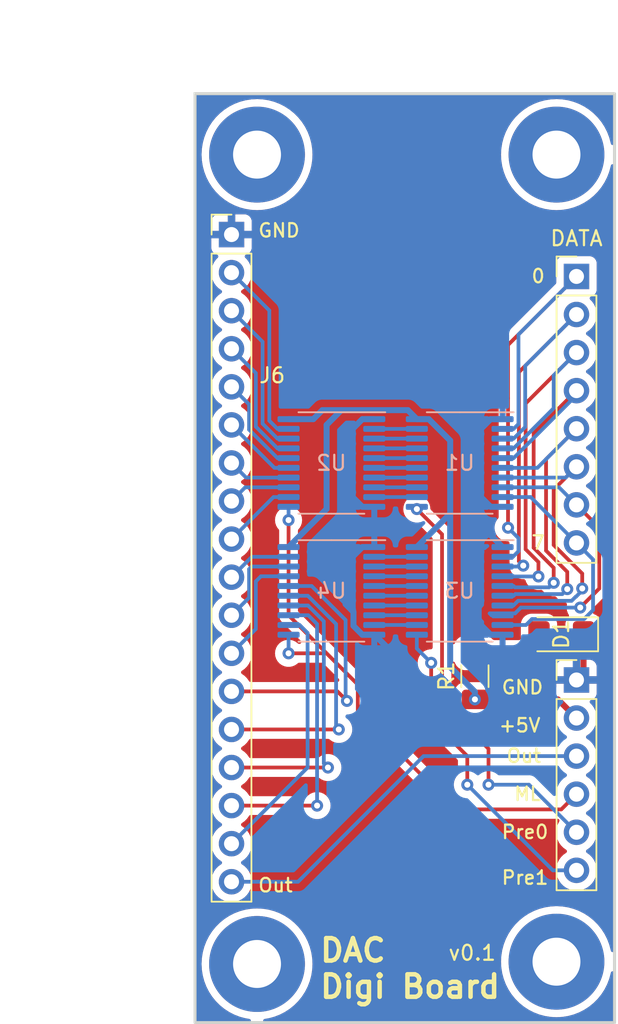
<source format=kicad_pcb>
(kicad_pcb (version 20221018) (generator pcbnew)
  (title_block (date "2024-03-22") (rev "v0.1"))
  (layers (0 "F.Cu" signal) (31 "B.Cu" signal) (34 "B.Paste" user) (35 "F.Paste" user) (36 "B.SilkS" user "B.Silkscreen") (37 "F.SilkS" user "F.Silkscreen") (38 "B.Mask" user) (39 "F.Mask" user) (44 "Edge.Cuts" user))
  (net 0 "")
  (net 1 "GND")
  (net 2 "+5V")
  (net 3 "/DAC_D0")
  (net 4 "/DAC_D1")
  (net 5 "/DAC_D2")
  (net 6 "/DAC_D3")
  (net 7 "/DAC_D4")
  (net 8 "/DAC_D5")
  (net 9 "/DAC_D6")
  (net 10 "/DAC_D7")
  (net 11 "/DAC_D8")
  (net 12 "/DAC_D9")
  (net 13 "/DAC_D10")
  (net 14 "/DAC_D11")
  (net 15 "/DAC_D12")
  (net 16 "/DAC_D13")
  (net 17 "/DAC_D14")
  (net 18 "/DAC_D15")
  (net 19 "/D0")
  (net 20 "/D1")
  (net 21 "/D2")
  (net 22 "/D3")
  (net 23 "/D4")
  (net 24 "/D5")
  (net 25 "/D6")
  (net 26 "/D7")
  (net 27 "Net-(U1-Q7)")
  (net 28 "Net-(U1-Q6)")
  (net 29 "Net-(U1-Q5)")
  (net 30 "Net-(U1-Q4)")
  (net 31 "Net-(U1-Q3)")
  (net 32 "Net-(U1-Q2)")
  (net 33 "Net-(U1-Q1)")
  (net 34 "Net-(U1-Q0)")
  (net 35 "/Master_Load")
  (net 36 "Net-(U3-Q7)")
  (net 37 "Net-(U3-Q6)")
  (net 38 "Net-(U3-Q5)")
  (net 39 "Net-(U3-Q4)")
  (net 40 "Net-(U3-Q3)")
  (net 41 "Net-(U3-Q2)")
  (net 42 "Net-(U3-Q1)")
  (net 43 "Net-(U3-Q0)")
  (net 44 "/OUT")
  (net 45 "/Pre0")
  (net 46 "/Pre1")
  (net 47 "Net-(D1-A)")
  (footprint "Resistor_SMD:R_1206_3216Metric_Pad1.30x1.75mm_HandSolder" (layer "F.Cu") (at 44.016 53.594 -90)
    (fp_text reference "R1" (at 0 1.905 90) (layer "F.SilkS"))
    (fp_text value "220" hide)
    (fp_line (start -0.727064 -0.91) (end 0.727064 -0.91) (stroke (width 0.12)) (layer "F.SilkS"))
    (fp_line (start -0.727064 0.91) (end 0.727064 0.91) (stroke (width 0.12)) (layer "F.SilkS"))
    (pad "1" smd roundrect (at -1.55 0 270) (size 1.3 1.75) (layers "F.Cu" "F.Paste" "F.Mask") (roundrect_rratio 0.1923076923) (net 47 "Net-(D1-A)"))
    (pad "2" smd roundrect (at 1.55 0 270) (size 1.3 1.75) (layers "F.Cu" "F.Paste" "F.Mask") (roundrect_rratio 0.1923076923) (net 2 "+5V"))
  )
  (footprint "MountingHole:MountingHole_3.2mm_M3_Pad" (layer "F.Cu") (at 49.464 72.644)
    (fp_text reference "REF**" hide)
    (fp_text value "MountingHole_3.2mm_M3_Pad" hide)
    (pad "1" thru_hole circle (at 0 0) (size 6.4 6.4) (drill 3.2) (layers "*.Cu" "*.Mask"))
  )
  (footprint "MountingHole:MountingHole_3.2mm_M3_Pad" (layer "F.Cu") (at 29.464 18.796)
    (fp_text reference "REF" hide)
    (fp_text value "MountingHole_3.2mm_M3_Pad" hide)
    (pad "1" thru_hole circle (at 0 0) (size 6.4 6.4) (drill 3.2) (layers "*.Cu" "*.Mask"))
  )
  (footprint "Connector_PinHeader_2.54mm:PinHeader_1x06_P2.54mm_Vertical" (layer "F.Cu") (at 50.8 53.848)
    (fp_text reference "J1" hide)
    (fp_text value "Conn" hide)
    (fp_line (start -1.33 -1.33) (end 0 -1.33) (stroke (width 0.12)) (layer "F.SilkS"))
    (fp_line (start -1.33 0) (end -1.33 -1.33) (stroke (width 0.12)) (layer "F.SilkS"))
    (fp_line (start -1.33 1.27) (end -1.33 14.03) (stroke (width 0.12)) (layer "F.SilkS"))
    (fp_line (start -1.33 1.27) (end 1.33 1.27) (stroke (width 0.12)) (layer "F.SilkS"))
    (fp_line (start -1.33 14.03) (end 1.33 14.03) (stroke (width 0.12)) (layer "F.SilkS"))
    (fp_line (start 1.33 1.27) (end 1.33 14.03) (stroke (width 0.12)) (layer "F.SilkS"))
    (pad "1" thru_hole rect (at 0 0) (size 1.7 1.7) (drill 1) (layers "*.Cu" "*.Mask") (net 1 "GND"))
    (pad "2" thru_hole oval (at 0 2.54) (size 1.7 1.7) (drill 1) (layers "*.Cu" "*.Mask") (net 2 "+5V"))
    (pad "3" thru_hole oval (at 0 5.08) (size 1.7 1.7) (drill 1) (layers "*.Cu" "*.Mask") (net 44 "/OUT"))
    (pad "4" thru_hole oval (at 0 7.62) (size 1.7 1.7) (drill 1) (layers "*.Cu" "*.Mask") (net 35 "/Master_Load"))
    (pad "5" thru_hole oval (at 0 10.16) (size 1.7 1.7) (drill 1) (layers "*.Cu" "*.Mask") (net 45 "/Pre0"))
    (pad "6" thru_hole oval (at 0 12.7) (size 1.7 1.7) (drill 1) (layers "*.Cu" "*.Mask") (net 46 "/Pre1"))
  )
  (footprint "Connector_PinHeader_2.54mm:PinHeader_1x08_P2.54mm_Vertical" (layer "F.Cu") (at 50.8 26.924)
    (fp_text reference "DATA" (at 0 -2.54) (layer "F.SilkS"))
    (fp_text value "Data" hide)
    (fp_line (start -1.33 -1.33) (end 0 -1.33) (stroke (width 0.12)) (layer "F.SilkS"))
    (fp_line (start -1.33 0) (end -1.33 -1.33) (stroke (width 0.12)) (layer "F.SilkS"))
    (fp_line (start -1.33 1.27) (end -1.33 19.11) (stroke (width 0.12)) (layer "F.SilkS"))
    (fp_line (start -1.33 1.27) (end 1.33 1.27) (stroke (width 0.12)) (layer "F.SilkS"))
    (fp_line (start -1.33 19.11) (end 1.33 19.11) (stroke (width 0.12)) (layer "F.SilkS"))
    (fp_line (start 1.33 1.27) (end 1.33 19.11) (stroke (width 0.12)) (layer "F.SilkS"))
    (pad "1" thru_hole rect (at 0 0) (size 1.7 1.7) (drill 1) (layers "*.Cu" "*.Mask") (net 19 "/D0"))
    (pad "2" thru_hole oval (at 0 2.54) (size 1.7 1.7) (drill 1) (layers "*.Cu" "*.Mask") (net 20 "/D1"))
    (pad "3" thru_hole oval (at 0 5.08) (size 1.7 1.7) (drill 1) (layers "*.Cu" "*.Mask") (net 21 "/D2"))
    (pad "4" thru_hole oval (at 0 7.62) (size 1.7 1.7) (drill 1) (layers "*.Cu" "*.Mask") (net 22 "/D3"))
    (pad "5" thru_hole oval (at 0 10.16) (size 1.7 1.7) (drill 1) (layers "*.Cu" "*.Mask") (net 23 "/D4"))
    (pad "6" thru_hole oval (at 0 12.7) (size 1.7 1.7) (drill 1) (layers "*.Cu" "*.Mask") (net 24 "/D5"))
    (pad "7" thru_hole oval (at 0 15.24) (size 1.7 1.7) (drill 1) (layers "*.Cu" "*.Mask") (net 25 "/D6"))
    (pad "8" thru_hole oval (at 0 17.78) (size 1.7 1.7) (drill 1) (layers "*.Cu" "*.Mask") (net 26 "/D7"))
  )
  (footprint "LED_SMD:LED_1206_3216Metric_Pad1.42x1.75mm_HandSolder" (layer "F.Cu") (at 49.784 50.8 180)
    (fp_text reference "D1" (at 0 0 90) (layer "F.SilkS"))
    (fp_text value "LED")
    (fp_line (start -2.46 -1.135) (end -2.46 1.135) (stroke (width 0.12)) (layer "F.SilkS"))
    (fp_line (start -2.46 1.135) (end 1.6 1.135) (stroke (width 0.12)) (layer "F.SilkS"))
    (fp_line (start 1.6 -1.135) (end -2.46 -1.135) (stroke (width 0.12)) (layer "F.SilkS"))
    (pad "1" smd roundrect (at -1.4875 0 180) (size 1.425 1.75) (layers "F.Cu" "F.Paste" "F.Mask") (roundrect_rratio 0.1754392982) (net 1 "GND"))
    (pad "2" smd roundrect (at 1.4875 0 180) (size 1.425 1.75) (layers "F.Cu" "F.Paste" "F.Mask") (roundrect_rratio 0.1754392982) (net 47 "Net-(D1-A)"))
  )
  (footprint "Connector_PinHeader_2.54mm:PinHeader_1x18_P2.54mm_Vertical" (layer "F.Cu") (at 27.76 24.13)
    (fp_text reference "J6" (at 2.72 9.398) (layer "F.SilkS"))
    (fp_text value "DAC X" hide)
    (fp_line (start -1.33 -1.33) (end 0 -1.33) (stroke (width 0.12)) (layer "F.SilkS"))
    (fp_line (start -1.33 0) (end -1.33 -1.33) (stroke (width 0.12)) (layer "F.SilkS"))
    (fp_line (start -1.33 1.27) (end -1.33 44.51) (stroke (width 0.12)) (layer "F.SilkS"))
    (fp_line (start -1.33 1.27) (end 1.33 1.27) (stroke (width 0.12)) (layer "F.SilkS"))
    (fp_line (start -1.33 44.51) (end 1.33 44.51) (stroke (width 0.12)) (layer "F.SilkS"))
    (fp_line (start 1.33 1.27) (end 1.33 44.51) (stroke (width 0.12)) (layer "F.SilkS"))
    (pad "1" thru_hole rect (at 0 0) (size 1.7 1.7) (drill 1) (layers "*.Cu" "*.Mask") (net 1 "GND"))
    (pad "2" thru_hole oval (at 0 2.54) (size 1.7 1.7) (drill 1) (layers "*.Cu" "*.Mask") (net 3 "/DAC_D0"))
    (pad "3" thru_hole oval (at 0 5.08) (size 1.7 1.7) (drill 1) (layers "*.Cu" "*.Mask") (net 4 "/DAC_D1"))
    (pad "4" thru_hole oval (at 0 7.62) (size 1.7 1.7) (drill 1) (layers "*.Cu" "*.Mask") (net 5 "/DAC_D2"))
    (pad "5" thru_hole oval (at 0 10.16) (size 1.7 1.7) (drill 1) (layers "*.Cu" "*.Mask") (net 6 "/DAC_D3"))
    (pad "6" thru_hole oval (at 0 12.7) (size 1.7 1.7) (drill 1) (layers "*.Cu" "*.Mask") (net 7 "/DAC_D4"))
    (pad "7" thru_hole oval (at 0 15.24) (size 1.7 1.7) (drill 1) (layers "*.Cu" "*.Mask") (net 8 "/DAC_D5"))
    (pad "8" thru_hole oval (at 0 17.78) (size 1.7 1.7) (drill 1) (layers "*.Cu" "*.Mask") (net 9 "/DAC_D6"))
    (pad "9" thru_hole oval (at 0 20.32) (size 1.7 1.7) (drill 1) (layers "*.Cu" "*.Mask") (net 10 "/DAC_D7"))
    (pad "10" thru_hole oval (at 0 22.86) (size 1.7 1.7) (drill 1) (layers "*.Cu" "*.Mask") (net 11 "/DAC_D8"))
    (pad "11" thru_hole oval (at 0 25.4) (size 1.7 1.7) (drill 1) (layers "*.Cu" "*.Mask") (net 12 "/DAC_D9"))
    (pad "12" thru_hole oval (at 0 27.94) (size 1.7 1.7) (drill 1) (layers "*.Cu" "*.Mask") (net 13 "/DAC_D10"))
    (pad "13" thru_hole oval (at 0 30.48) (size 1.7 1.7) (drill 1) (layers "*.Cu" "*.Mask") (net 14 "/DAC_D11"))
    (pad "14" thru_hole oval (at 0 33.02) (size 1.7 1.7) (drill 1) (layers "*.Cu" "*.Mask") (net 15 "/DAC_D12"))
    (pad "15" thru_hole oval (at 0 35.56) (size 1.7 1.7) (drill 1) (layers "*.Cu" "*.Mask") (net 16 "/DAC_D13"))
    (pad "16" thru_hole oval (at 0 38.1) (size 1.7 1.7) (drill 1) (layers "*.Cu" "*.Mask") (net 17 "/DAC_D14"))
    (pad "17" thru_hole oval (at 0 40.64) (size 1.7 1.7) (drill 1) (layers "*.Cu" "*.Mask") (net 18 "/DAC_D15"))
    (pad "18" thru_hole oval (at 0 43.18) (size 1.7 1.7) (drill 1) (layers "*.Cu" "*.Mask") (net 44 "/OUT"))
  )
  (footprint "MountingHole:MountingHole_3.2mm_M3_Pad" (layer "F.Cu") (at 29.464 72.796)
    (fp_text reference "REF" hide)
    (fp_text value "MountingHole_3.2mm_M3_Pad" hide)
    (pad "1" thru_hole circle (at 0 0) (size 6.4 6.4) (drill 3.2) (layers "*.Cu" "*.Mask"))
  )
  (footprint "MountingHole:MountingHole_3.2mm_M3_Pad" (layer "F.Cu") (at 49.464 18.796)
    (fp_text reference "REF" hide)
    (fp_text value "MountingHole_3.2mm_M3_Pad" hide)
    (pad "1" thru_hole circle (at 0 0) (size 6.4 6.4) (drill 3.2) (layers "*.Cu" "*.Mask"))
  )
  (footprint "Package_SO:TSSOP-20_4.4x6.5mm_P0.65mm" (layer "B.Cu") (at 43 47.905 180)
    (fp_text reference "U3" (at 0 0) (layer "B.SilkS") (effects (justify mirror)))
    (fp_text value "74LS573" hide)
    (fp_line (start 0 -3.385) (end -2.2 -3.385) (stroke (width 0.12)) (layer "B.SilkS"))
    (fp_line (start 0 -3.385) (end 2.2 -3.385) (stroke (width 0.12)) (layer "B.SilkS"))
    (fp_line (start 0 3.385) (end -3.6 3.385) (stroke (width 0.12)) (layer "B.SilkS"))
    (fp_line (start 0 3.385) (end 2.2 3.385) (stroke (width 0.12)) (layer "B.SilkS"))
    (pad "1" smd roundrect (at -2.8625 2.925 180) (size 1.475 0.4) (layers "B.Cu" "B.Paste" "B.Mask") (net 1 "GND"))
    (pad "2" smd roundrect (at -2.8625 2.275 180) (size 1.475 0.4) (layers "B.Cu" "B.Paste" "B.Mask") (net 19 "/D0"))
    (pad "3" smd roundrect (at -2.8625 1.625 180) (size 1.475 0.4) (layers "B.Cu" "B.Paste" "B.Mask") (net 20 "/D1"))
    (pad "4" smd roundrect (at -2.8625 0.975 180) (size 1.475 0.4) (layers "B.Cu" "B.Paste" "B.Mask") (net 21 "/D2"))
    (pad "5" smd roundrect (at -2.8625 0.325 180) (size 1.475 0.4) (layers "B.Cu" "B.Paste" "B.Mask") (net 22 "/D3"))
    (pad "6" smd roundrect (at -2.8625 -0.325 180) (size 1.475 0.4) (layers "B.Cu" "B.Paste" "B.Mask") (net 23 "/D4"))
    (pad "7" smd roundrect (at -2.8625 -0.975 180) (size 1.475 0.4) (layers "B.Cu" "B.Paste" "B.Mask") (net 24 "/D5"))
    (pad "8" smd roundrect (at -2.8625 -1.625 180) (size 1.475 0.4) (layers "B.Cu" "B.Paste" "B.Mask") (net 25 "/D6"))
    (pad "9" smd roundrect (at -2.8625 -2.275 180) (size 1.475 0.4) (layers "B.Cu" "B.Paste" "B.Mask") (net 26 "/D7"))
    (pad "10" smd roundrect (at -2.8625 -2.925 180) (size 1.475 0.4) (layers "B.Cu" "B.Paste" "B.Mask") (net 1 "GND"))
    (pad "11" smd roundrect (at 2.8625 -2.925 180) (size 1.475 0.4) (layers "B.Cu" "B.Paste" "B.Mask") (net 46 "/Pre1"))
    (pad "12" smd roundrect (at 2.8625 -2.275 180) (size 1.475 0.4) (layers "B.Cu" "B.Paste" "B.Mask") (net 36 "Net-(U3-Q7)"))
    (pad "13" smd roundrect (at 2.8625 -1.625 180) (size 1.475 0.4) (layers "B.Cu" "B.Paste" "B.Mask") (net 37 "Net-(U3-Q6)"))
    (pad "14" smd roundrect (at 2.8625 -0.975 180) (size 1.475 0.4) (layers "B.Cu" "B.Paste" "B.Mask") (net 38 "Net-(U3-Q5)"))
    (pad "15" smd roundrect (at 2.8625 -0.325 180) (size 1.475 0.4) (layers "B.Cu" "B.Paste" "B.Mask") (net 39 "Net-(U3-Q4)"))
    (pad "16" smd roundrect (at 2.8625 0.325 180) (size 1.475 0.4) (layers "B.Cu" "B.Paste" "B.Mask") (net 40 "Net-(U3-Q3)"))
    (pad "17" smd roundrect (at 2.8625 0.975 180) (size 1.475 0.4) (layers "B.Cu" "B.Paste" "B.Mask") (net 41 "Net-(U3-Q2)"))
    (pad "18" smd roundrect (at 2.8625 1.625 180) (size 1.475 0.4) (layers "B.Cu" "B.Paste" "B.Mask") (net 42 "Net-(U3-Q1)"))
    (pad "19" smd roundrect (at 2.8625 2.275 180) (size 1.475 0.4) (layers "B.Cu" "B.Paste" "B.Mask") (net 43 "Net-(U3-Q0)"))
    (pad "20" smd roundrect (at 2.8625 2.925 180) (size 1.475 0.4) (layers "B.Cu" "B.Paste" "B.Mask") (net 2 "+5V"))
  )
  (footprint "Package_SO:TSSOP-20_4.4x6.5mm_P0.65mm" (layer "B.Cu") (at 34.4325 39.37 180)
    (fp_text reference "U2" (at 0 0) (layer "B.SilkS") (effects (justify mirror)))
    (fp_text value "74LS573" hide)
    (fp_line (start 0 -3.385) (end -2.2 -3.385) (stroke (width 0.12)) (layer "B.SilkS"))
    (fp_line (start 0 -3.385) (end 2.2 -3.385) (stroke (width 0.12)) (layer "B.SilkS"))
    (fp_line (start 0 3.385) (end -3.6 3.385) (stroke (width 0.12)) (layer "B.SilkS"))
    (fp_line (start 0 3.385) (end 2.2 3.385) (stroke (width 0.12)) (layer "B.SilkS"))
    (pad "1" smd roundrect (at -2.8625 2.925 180) (size 1.475 0.4) (layers "B.Cu" "B.Paste" "B.Mask") (net 1 "GND"))
    (pad "2" smd roundrect (at -2.8625 2.275 180) (size 1.475 0.4) (layers "B.Cu" "B.Paste" "B.Mask") (net 34 "Net-(U1-Q0)"))
    (pad "3" smd roundrect (at -2.8625 1.625 180) (size 1.475 0.4) (layers "B.Cu" "B.Paste" "B.Mask") (net 33 "Net-(U1-Q1)"))
    (pad "4" smd roundrect (at -2.8625 0.975 180) (size 1.475 0.4) (layers "B.Cu" "B.Paste" "B.Mask") (net 32 "Net-(U1-Q2)"))
    (pad "5" smd roundrect (at -2.8625 0.325 180) (size 1.475 0.4) (layers "B.Cu" "B.Paste" "B.Mask") (net 31 "Net-(U1-Q3)"))
    (pad "6" smd roundrect (at -2.8625 -0.325 180) (size 1.475 0.4) (layers "B.Cu" "B.Paste" "B.Mask") (net 30 "Net-(U1-Q4)"))
    (pad "7" smd roundrect (at -2.8625 -0.975 180) (size 1.475 0.4) (layers "B.Cu" "B.Paste" "B.Mask") (net 29 "Net-(U1-Q5)"))
    (pad "8" smd roundrect (at -2.8625 -1.625 180) (size 1.475 0.4) (layers "B.Cu" "B.Paste" "B.Mask") (net 28 "Net-(U1-Q6)"))
    (pad "9" smd roundrect (at -2.8625 -2.275 180) (size 1.475 0.4) (layers "B.Cu" "B.Paste" "B.Mask") (net 27 "Net-(U1-Q7)"))
    (pad "10" smd roundrect (at -2.8625 -2.925 180) (size 1.475 0.4) (layers "B.Cu" "B.Paste" "B.Mask") (net 1 "GND"))
    (pad "11" smd roundrect (at 2.8625 -2.925 180) (size 1.475 0.4) (layers "B.Cu" "B.Paste" "B.Mask") (net 35 "/Master_Load"))
    (pad "12" smd roundrect (at 2.8625 -2.275 180) (size 1.475 0.4) (layers "B.Cu" "B.Paste" "B.Mask") (net 10 "/DAC_D7"))
    (pad "13" smd roundrect (at 2.8625 -1.625 180) (size 1.475 0.4) (layers "B.Cu" "B.Paste" "B.Mask") (net 9 "/DAC_D6"))
    (pad "14" smd roundrect (at 2.8625 -0.975 180) (size 1.475 0.4) (layers "B.Cu" "B.Paste" "B.Mask") (net 8 "/DAC_D5"))
    (pad "15" smd roundrect (at 2.8625 -0.325 180) (size 1.475 0.4) (layers "B.Cu" "B.Paste" "B.Mask") (net 7 "/DAC_D4"))
    (pad "16" smd roundrect (at 2.8625 0.325 180) (size 1.475 0.4) (layers "B.Cu" "B.Paste" "B.Mask") (net 6 "/DAC_D3"))
    (pad "17" smd roundrect (at 2.8625 0.975 180) (size 1.475 0.4) (layers "B.Cu" "B.Paste" "B.Mask") (net 5 "/DAC_D2"))
    (pad "18" smd roundrect (at 2.8625 1.625 180) (size 1.475 0.4) (layers "B.Cu" "B.Paste" "B.Mask") (net 4 "/DAC_D1"))
    (pad "19" smd roundrect (at 2.8625 2.275 180) (size 1.475 0.4) (layers "B.Cu" "B.Paste" "B.Mask") (net 3 "/DAC_D0"))
    (pad "20" smd roundrect (at 2.8625 2.925 180) (size 1.475 0.4) (layers "B.Cu" "B.Paste" "B.Mask") (net 2 "+5V"))
  )
  (footprint "Package_SO:TSSOP-20_4.4x6.5mm_P0.65mm" (layer "B.Cu") (at 43 39.37 180)
    (fp_text reference "U1" (at 0 0) (layer "B.SilkS") (effects (justify mirror)))
    (fp_text value "74LS573" hide)
    (fp_line (start 0 -3.385) (end -2.2 -3.385) (stroke (width 0.12)) (layer "B.SilkS"))
    (fp_line (start 0 -3.385) (end 2.2 -3.385) (stroke (width 0.12)) (layer "B.SilkS"))
    (fp_line (start 0 3.385) (end -3.6 3.385) (stroke (width 0.12)) (layer "B.SilkS"))
    (fp_line (start 0 3.385) (end 2.2 3.385) (stroke (width 0.12)) (layer "B.SilkS"))
    (pad "1" smd roundrect (at -2.8625 2.925 180) (size 1.475 0.4) (layers "B.Cu" "B.Paste" "B.Mask") (net 1 "GND"))
    (pad "2" smd roundrect (at -2.8625 2.275 180) (size 1.475 0.4) (layers "B.Cu" "B.Paste" "B.Mask") (net 19 "/D0"))
    (pad "3" smd roundrect (at -2.8625 1.625 180) (size 1.475 0.4) (layers "B.Cu" "B.Paste" "B.Mask") (net 20 "/D1"))
    (pad "4" smd roundrect (at -2.8625 0.975 180) (size 1.475 0.4) (layers "B.Cu" "B.Paste" "B.Mask") (net 21 "/D2"))
    (pad "5" smd roundrect (at -2.8625 0.325 180) (size 1.475 0.4) (layers "B.Cu" "B.Paste" "B.Mask") (net 22 "/D3"))
    (pad "6" smd roundrect (at -2.8625 -0.325 180) (size 1.475 0.4) (layers "B.Cu" "B.Paste" "B.Mask") (net 23 "/D4"))
    (pad "7" smd roundrect (at -2.8625 -0.975 180) (size 1.475 0.4) (layers "B.Cu" "B.Paste" "B.Mask") (net 24 "/D5"))
    (pad "8" smd roundrect (at -2.8625 -1.625 180) (size 1.475 0.4) (layers "B.Cu" "B.Paste" "B.Mask") (net 25 "/D6"))
    (pad "9" smd roundrect (at -2.8625 -2.275 180) (size 1.475 0.4) (layers "B.Cu" "B.Paste" "B.Mask") (net 26 "/D7"))
    (pad "10" smd roundrect (at -2.8625 -2.925 180) (size 1.475 0.4) (layers "B.Cu" "B.Paste" "B.Mask") (net 1 "GND"))
    (pad "11" smd roundrect (at 2.8625 -2.925 180) (size 1.475 0.4) (layers "B.Cu" "B.Paste" "B.Mask") (net 45 "/Pre0"))
    (pad "12" smd roundrect (at 2.8625 -2.275 180) (size 1.475 0.4) (layers "B.Cu" "B.Paste" "B.Mask") (net 27 "Net-(U1-Q7)"))
    (pad "13" smd roundrect (at 2.8625 -1.625 180) (size 1.475 0.4) (layers "B.Cu" "B.Paste" "B.Mask") (net 28 "Net-(U1-Q6)"))
    (pad "14" smd roundrect (at 2.8625 -0.975 180) (size 1.475 0.4) (layers "B.Cu" "B.Paste" "B.Mask") (net 29 "Net-(U1-Q5)"))
    (pad "15" smd roundrect (at 2.8625 -0.325 180) (size 1.475 0.4) (layers "B.Cu" "B.Paste" "B.Mask") (net 30 "Net-(U1-Q4)"))
    (pad "16" smd roundrect (at 2.8625 0.325 180) (size 1.475 0.4) (layers "B.Cu" "B.Paste" "B.Mask") (net 31 "Net-(U1-Q3)"))
    (pad "17" smd roundrect (at 2.8625 0.975 180) (size 1.475 0.4) (layers "B.Cu" "B.Paste" "B.Mask") (net 32 "Net-(U1-Q2)"))
    (pad "18" smd roundrect (at 2.8625 1.625 180) (size 1.475 0.4) (layers "B.Cu" "B.Paste" "B.Mask") (net 33 "Net-(U1-Q1)"))
    (pad "19" smd roundrect (at 2.8625 2.275 180) (size 1.475 0.4) (layers "B.Cu" "B.Paste" "B.Mask") (net 34 "Net-(U1-Q0)"))
    (pad "20" smd roundrect (at 2.8625 2.925 180) (size 1.475 0.4) (layers "B.Cu" "B.Paste" "B.Mask") (net 2 "+5V"))
  )
  (footprint "Package_SO:TSSOP-20_4.4x6.5mm_P0.65mm" (layer "B.Cu") (at 34.4325 47.905 180)
    (fp_text reference "U4" (at 0 0) (layer "B.SilkS") (effects (justify mirror)))
    (fp_text value "74LS573" hide)
    (fp_line (start 0 -3.385) (end -2.2 -3.385) (stroke (width 0.12)) (layer "B.SilkS"))
    (fp_line (start 0 -3.385) (end 2.2 -3.385) (stroke (width 0.12)) (layer "B.SilkS"))
    (fp_line (start 0 3.385) (end -3.6 3.385) (stroke (width 0.12)) (layer "B.SilkS"))
    (fp_line (start 0 3.385) (end 2.2 3.385) (stroke (width 0.12)) (layer "B.SilkS"))
    (pad "1" smd roundrect (at -2.8625 2.925 180) (size 1.475 0.4) (layers "B.Cu" "B.Paste" "B.Mask") (net 1 "GND"))
    (pad "2" smd roundrect (at -2.8625 2.275 180) (size 1.475 0.4) (layers "B.Cu" "B.Paste" "B.Mask") (net 43 "Net-(U3-Q0)"))
    (pad "3" smd roundrect (at -2.8625 1.625 180) (size 1.475 0.4) (layers "B.Cu" "B.Paste" "B.Mask") (net 42 "Net-(U3-Q1)"))
    (pad "4" smd roundrect (at -2.8625 0.975 180) (size 1.475 0.4) (layers "B.Cu" "B.Paste" "B.Mask") (net 41 "Net-(U3-Q2)"))
    (pad "5" smd roundrect (at -2.8625 0.325 180) (size 1.475 0.4) (layers "B.Cu" "B.Paste" "B.Mask") (net 40 "Net-(U3-Q3)"))
    (pad "6" smd roundrect (at -2.8625 -0.325 180) (size 1.475 0.4) (layers "B.Cu" "B.Paste" "B.Mask") (net 39 "Net-(U3-Q4)"))
    (pad "7" smd roundrect (at -2.8625 -0.975 180) (size 1.475 0.4) (layers "B.Cu" "B.Paste" "B.Mask") (net 38 "Net-(U3-Q5)"))
    (pad "8" smd roundrect (at -2.8625 -1.625 180) (size 1.475 0.4) (layers "B.Cu" "B.Paste" "B.Mask") (net 37 "Net-(U3-Q6)"))
    (pad "9" smd roundrect (at -2.8625 -2.275 180) (size 1.475 0.4) (layers "B.Cu" "B.Paste" "B.Mask") (net 36 "Net-(U3-Q7)"))
    (pad "10" smd roundrect (at -2.8625 -2.925 180) (size 1.475 0.4) (layers "B.Cu" "B.Paste" "B.Mask") (net 1 "GND"))
    (pad "11" smd roundrect (at 2.8625 -2.925 180) (size 1.475 0.4) (layers "B.Cu" "B.Paste" "B.Mask") (net 35 "/Master_Load"))
    (pad "12" smd roundrect (at 2.8625 -2.275 180) (size 1.475 0.4) (layers "B.Cu" "B.Paste" "B.Mask") (net 18 "/DAC_D15"))
    (pad "13" smd roundrect (at 2.8625 -1.625 180) (size 1.475 0.4) (layers "B.Cu" "B.Paste" "B.Mask") (net 17 "/DAC_D14"))
    (pad "14" smd roundrect (at 2.8625 -0.975 180) (size 1.475 0.4) (layers "B.Cu" "B.Paste" "B.Mask") (net 16 "/DAC_D13"))
    (pad "15" smd roundrect (at 2.8625 -0.325 180) (size 1.475 0.4) (layers "B.Cu" "B.Paste" "B.Mask") (net 15 "/DAC_D12"))
    (pad "16" smd roundrect (at 2.8625 0.325 180) (size 1.475 0.4) (layers "B.Cu" "B.Paste" "B.Mask") (net 14 "/DAC_D11"))
    (pad "17" smd roundrect (at 2.8625 0.975 180) (size 1.475 0.4) (layers "B.Cu" "B.Paste" "B.Mask") (net 13 "/DAC_D10"))
    (pad "18" smd roundrect (at 2.8625 1.625 180) (size 1.475 0.4) (layers "B.Cu" "B.Paste" "B.Mask") (net 12 "/DAC_D9"))
    (pad "19" smd roundrect (at 2.8625 2.275 180) (size 1.475 0.4) (layers "B.Cu" "B.Paste" "B.Mask") (net 11 "/DAC_D8"))
    (pad "20" smd roundrect (at 2.8625 2.925 180) (size 1.475 0.4) (layers "B.Cu" "B.Paste" "B.Mask") (net 2 "+5V"))
  )
  (gr_rect (start 25.326 14.732) (end 53.34 76.708) (stroke (width 0.2)) (fill none) (layer "Edge.Cuts"))
  (gr_text "GND\n" (at 29.464 24.384) (layer "F.SilkS") (effects (font (size 0.9 0.9) (thickness 0.15) bold) (justify left bottom)))
  (gr_text "DAC\nDigi Board" (at 33.528 75.184) (layer "F.SilkS") (effects (font (size 1.5 1.5) (thickness 0.3) bold) (justify left bottom)))
  (gr_text "Pre0" (at 45.72 64.516) (layer "F.SilkS") (effects (font (size 0.9 0.9) (thickness 0.15) bold) (justify left bottom)))
  (gr_text "ML\n" (at 46.556 61.976) (layer "F.SilkS") (effects (font (size 0.9 0.9) (thickness 0.15) bold) (justify left bottom)))
  (gr_text "Out" (at 46.048 59.436) (layer "F.SilkS") (effects (font (size 0.9 0.9) (thickness 0.15) bold) (justify left bottom)))
  (gr_text "Pre1" (at 45.72 67.564) (layer "F.SilkS") (effects (font (size 0.9 0.9) (thickness 0.15) bold) (justify left bottom)))
  (gr_text "+5V" (at 45.54 57.404) (layer "F.SilkS") (effects (font (size 0.9 0.9) (thickness 0.15) bold) (justify left bottom)))
  (gr_text "GND\n" (at 45.72 54.864) (layer "F.SilkS") (effects (font (size 0.9 0.9) (thickness 0.15) bold) (justify left bottom)))
  (gr_text "v0.1" (at 42.164 72.644) (layer "F.SilkS") (effects (font (size 1 1)) (justify left bottom)))
  (gr_text "0" (at 48.768 27.432) (layer "F.SilkS") (effects (font (size 0.9 0.9) (thickness 0.15) bold) (justify right bottom)))
  (gr_text "Out" (at 29.464 68.072) (layer "F.SilkS") (effects (font (size 0.9 0.9) (thickness 0.15) bold) (justify left bottom)))
  (gr_text "7" (at 48.768 45.212) (layer "F.SilkS") (effects (font (size 0.9 0.9) (thickness 0.15) bold) (justify right bottom)))
  (segment (start 51.2715 50.8) (end 51.2715 53.3765) (width 0.4) (layer "F.Cu") (net 1))
  (segment (start 51.2715 53.3765) (end 50.8 53.848) (width 0.4) (layer "F.Cu") (net 1))
  (segment (start 35.38 37.562622) (end 36.497622 36.445) (width 0.4) (layer "B.Cu") (net 1))
  (segment (start 36.497622 36.445) (end 37.295 36.445) (width 0.4) (layer "B.Cu") (net 1))
  (segment (start 36.497622 50.83) (end 37.315 50.83) (width 0.4) (layer "B.Cu") (net 1))
  (segment (start 44.27 37.240122) (end 44.27 25.4) (width 0.4) (layer "B.Cu") (net 1))
  (segment (start 35.38 46.355) (end 35.38 46.097622) (width 0.4) (layer "B.Cu") (net 1))
  (segment (start 45.065122 50.83) (end 45.57 50.83) (width 0.4) (layer "B.Cu") (net 1))
  (segment (start 43.635 57.15) (end 40.1425 53.6575) (width 0.4) (layer "B.Cu") (net 1))
  (segment (start 37.315 50.83) (end 40.46 53.975) (width 0.4) (layer "B.Cu") (net 1))
  (segment (start 44.27 37.240122) (end 44.27 41.499878) (width 0.4) (layer "B.Cu") (net 1))
  (segment (start 48.768 53.848) (end 50.8 53.848) (width 0.4) (layer "B.Cu") (net 1))
  (segment (start 40.46 53.975) (end 43.635 57.15) (width 0.4) (layer "B.Cu") (net 1))
  (segment (start 36.497622 50.83) (end 35.905 50.237378) (width 0.4) (layer "B.Cu") (net 1))
  (segment (start 45.065122 50.83) (end 45.8625 50.83) (width 0.4) (layer "B.Cu") (net 1))
  (segment (start 36.497622 44.98) (end 37.295 44.98) (width 0.4) (layer "B.Cu") (net 1))
  (segment (start 35.38 48.787538) (end 35.38 46.355) (width 0.4) (layer "B.Cu") (net 1))
  (segment (start 45.466 57.15) (end 48.768 53.848) (width 0.4) (layer "B.Cu") (net 1))
  (segment (start 45.065122 42.295) (end 45.8625 42.295) (width 0.4) (layer "B.Cu") (net 1))
  (segment (start 44.27 41.499878) (end 45.065122 42.295) (width 0.4) (layer "B.Cu") (net 1))
  (segment (start 44.27 50.034878) (end 45.065122 50.83) (width 0.4) (layer "B.Cu") (net 1))
  (segment (start 44.27 43.3875) (end 44.27 41.499878) (width 0.4) (layer "B.Cu") (net 1))
  (segment (start 45.8625 44.98) (end 44.27 43.3875) (width 0.4) (layer "B.Cu") (net 1))
  (segment (start 35.38 46.097622) (end 36.497622 44.98) (width 0.4) (layer "B.Cu") (net 1))
  (segment (start 35.38 41.177378) (end 35.38 37.562622) (width 0.4) (layer "B.Cu") (net 1))
  (segment (start 36.497622 42.295) (end 35.38 41.177378) (width 0.4) (layer "B.Cu") (net 1))
  (segment (start 35.905 49.312538) (end 35.38 48.787538) (width 0.4) (layer "B.Cu") (net 1))
  (segment (start 43.635 57.15) (end 45.466 57.15) (width 0.4) (layer "B.Cu") (net 1))
  (segment (start 35.905 50.237378) (end 35.905 49.312538) (width 0.4) (layer "B.Cu") (net 1))
  (segment (start 37.295 42.295) (end 36.497622 42.295) (width 0.4) (layer "B.Cu") (net 1))
  (segment (start 35.38 46.355) (end 35.38 43.815) (width 0.4) (layer "B.Cu") (net 1))
  (segment (start 45.8625 36.445) (end 45.065122 36.445) (width 0.4) (layer "B.Cu") (net 1))
  (segment (start 37.295 50.83) (end 36.497622 50.83) (width 0.4) (layer "B.Cu") (net 1))
  (segment (start 35.38 43.815) (end 35.38 41.177378) (width 0.4) (layer "B.Cu") (net 1))
  (segment (start 44.27 25.4) (end 43 24.13) (width 0.4) (layer "B.Cu") (net 1))
  (segment (start 43 24.13) (end 27.76 24.13) (width 0.4) (layer "B.Cu") (net 1))
  (segment (start 45.065122 36.445) (end 44.27 37.240122) (width 0.4) (layer "B.Cu") (net 1))
  (segment (start 44.27 43.3875) (end 44.27 50.034878) (width 0.4) (layer "B.Cu") (net 1))
  (segment (start 44.016 55.144) (end 49.556 55.144) (width 0.4) (layer "F.Cu") (net 2))
  (segment (start 49.556 55.144) (end 50.8 56.388) (width 0.4) (layer "F.Cu") (net 2))
  (via (at 44.016 55.144) (size 0.8) (drill 0.4) (layers "F.Cu" "B.Cu") (net 2))
  (segment (start 39.5375 35.845) (end 35.095 35.845) (width 0.4) (layer "B.Cu") (net 2))
  (segment (start 34.11 36.83) (end 34.11 42.44) (width 0.4) (layer "B.Cu") (net 2))
  (segment (start 34.11 42.44) (end 31.57 44.98) (width 0.4) (layer "B.Cu") (net 2))
  (segment (start 44.016 54.636) (end 42.365 52.985) (width 0.4) (layer "B.Cu") (net 2))
  (segment (start 33.825 35.845) (end 33.225 36.445) (width 0.4) (layer "B.Cu") (net 2))
  (segment (start 44.016 55.144) (end 44.016 54.636) (width 0.4) (layer "B.Cu") (net 2))
  (segment (start 33.225 36.445) (end 31.57 36.445) (width 0.4) (layer "B.Cu") (net 2))
  (segment (start 35.095 35.845) (end 33.825 35.845) (width 0.4) (layer "B.Cu") (net 2))
  (segment (start 40.1375 36.445) (end 40.934878 36.445) (width 0.4) (layer "B.Cu") (net 2))
  (segment (start 42.365 37.875122) (end 42.365 42.7525) (width 0.4) (layer "B.Cu") (net 2))
  (segment (start 40.934878 36.445) (end 42.365 37.875122) (width 0.4) (layer "B.Cu") (net 2))
  (segment (start 35.095 35.845) (end 34.11 36.83) (width 0.4) (layer "B.Cu") (net 2))
  (segment (start 42.365 42.7525) (end 40.1375 44.98) (width 0.4) (layer "B.Cu") (net 2))
  (segment (start 42.365 52.985) (end 42.365 42.7525) (width 0.4) (layer "B.Cu") (net 2))
  (segment (start 40.1375 36.445) (end 39.5375 35.845) (width 0.4) (layer "B.Cu") (net 2))
  (segment (start 30.832501 37.095) (end 30.285 36.547499) (width 0.25) (layer "B.Cu") (net 3))
  (segment (start 30.285 29.195) (end 27.76 26.67) (width 0.25) (layer "B.Cu") (net 3))
  (segment (start 30.285 36.547499) (end 30.285 29.195) (width 0.25) (layer "B.Cu") (net 3))
  (segment (start 31.57 37.095) (end 30.832501 37.095) (width 0.25) (layer "B.Cu") (net 3))
  (segment (start 30.832501 37.745) (end 29.835 36.747499) (width 0.25) (layer "B.Cu") (net 4))
  (segment (start 31.57 37.745) (end 30.832501 37.745) (width 0.25) (layer "B.Cu") (net 4))
  (segment (start 29.835 31.285) (end 27.76 29.21) (width 0.25) (layer "B.Cu") (net 4))
  (segment (start 29.835 36.747499) (end 29.835 31.285) (width 0.25) (layer "B.Cu") (net 4))
  (segment (start 29.385 33.375) (end 27.76 31.75) (width 0.25) (layer "B.Cu") (net 5))
  (segment (start 31.57 38.395) (end 30.832501 38.395) (width 0.25) (layer "B.Cu") (net 5))
  (segment (start 29.385 36.947499) (end 29.385 33.375) (width 0.25) (layer "B.Cu") (net 5))
  (segment (start 30.832501 38.395) (end 29.385 36.947499) (width 0.25) (layer "B.Cu") (net 5))
  (segment (start 28.935 37.147499) (end 28.935 35.465) (width 0.25) (layer "B.Cu") (net 6))
  (segment (start 31.57 39.045) (end 30.832501 39.045) (width 0.25) (layer "B.Cu") (net 6))
  (segment (start 28.935 35.465) (end 27.76 34.29) (width 0.25) (layer "B.Cu") (net 6))
  (segment (start 30.832501 39.045) (end 28.935 37.147499) (width 0.25) (layer "B.Cu") (net 6))
  (segment (start 30.625 39.695) (end 31.57 39.695) (width 0.25) (layer "B.Cu") (net 7))
  (segment (start 27.76 36.83) (end 30.625 39.695) (width 0.25) (layer "B.Cu") (net 7))
  (segment (start 31.57 40.345) (end 28.735 40.345) (width 0.25) (layer "B.Cu") (net 8))
  (segment (start 28.735 40.345) (end 27.76 39.37) (width 0.25) (layer "B.Cu") (net 8))
  (segment (start 28.675 40.995) (end 31.57 40.995) (width 0.25) (layer "B.Cu") (net 9))
  (segment (start 27.76 41.91) (end 28.675 40.995) (width 0.25) (layer "B.Cu") (net 9))
  (segment (start 31.57 41.645) (end 30.565 41.645) (width 0.25) (layer "B.Cu") (net 10))
  (segment (start 30.565 41.645) (end 27.76 44.45) (width 0.25) (layer "B.Cu") (net 10))
  (segment (start 31.57 45.63) (end 29.12 45.63) (width 0.25) (layer "B.Cu") (net 11))
  (segment (start 29.12 45.63) (end 27.76 46.99) (width 0.25) (layer "B.Cu") (net 11))
  (segment (start 29.106396 46.28) (end 28.935 46.451396) (width 0.25) (layer "B.Cu") (net 12))
  (segment (start 31.57 46.28) (end 29.106396 46.28) (width 0.25) (layer "B.Cu") (net 12))
  (segment (start 28.935 46.451396) (end 28.935 48.355) (width 0.25) (layer "B.Cu") (net 12))
  (segment (start 28.935 48.355) (end 27.76 49.53) (width 0.25) (layer "B.Cu") (net 12))
  (segment (start 29.725 46.93) (end 29.385 47.27) (width 0.25) (layer "B.Cu") (net 13))
  (segment (start 29.385 47.27) (end 29.385 50.445) (width 0.25) (layer "B.Cu") (net 13))
  (segment (start 29.385 50.445) (end 27.76 52.07) (width 0.25) (layer "B.Cu") (net 13))
  (segment (start 31.57 46.93) (end 29.725 46.93) (width 0.25) (layer "B.Cu") (net 13))
  (segment (start 34.835 54.61) (end 27.76 54.61) (width 0.25) (layer "F.Cu") (net 14))
  (segment (start 35.47 55.245) (end 34.835 54.61) (width 0.25) (layer "F.Cu") (net 14))
  (via (at 35.47 55.245) (size 0.8) (drill 0.4) (layers "F.Cu" "B.Cu") (net 14))
  (segment (start 35.47 55.245) (end 35.38 55.155) (width 0.25) (layer "B.Cu") (net 14))
  (segment (start 35.38 55.155) (end 35.38 49.8475) (width 0.25) (layer "B.Cu") (net 14))
  (segment (start 35.38 49.8475) (end 33.1125 47.58) (width 0.25) (layer "B.Cu") (net 14))
  (segment (start 33.1125 47.58) (end 31.57 47.58) (width 0.25) (layer "B.Cu") (net 14))
  (segment (start 34.925 57.15) (end 27.76 57.15) (width 0.25) (layer "F.Cu") (net 15))
  (via (at 34.925 57.15) (size 0.8) (drill 0.4) (layers "F.Cu" "B.Cu") (net 15))
  (segment (start 32.85724 48.23) (end 31.57 48.23) (width 0.25) (layer "B.Cu") (net 15))
  (segment (start 34.745 50.11776) (end 32.85724 48.23) (width 0.25) (layer "B.Cu") (net 15))
  (segment (start 34.925 57.15) (end 34.745 56.97) (width 0.25) (layer "B.Cu") (net 15))
  (segment (start 34.745 56.97) (end 34.745 50.11776) (width 0.25) (layer "B.Cu") (net 15))
  (segment (start 34.2 59.69) (end 27.76 59.69) (width 0.25) (layer "F.Cu") (net 16))
  (via (at 34.2 59.69) (size 0.8) (drill 0.4) (layers "F.Cu" "B.Cu") (net 16))
  (segment (start 32.870844 48.88) (end 31.57 48.88) (width 0.25) (layer "B.Cu") (net 16))
  (segment (start 33.925 49.934156) (end 32.870844 48.88) (width 0.25) (layer "B.Cu") (net 16))
  (segment (start 33.925 59.415) (end 33.925 49.934156) (width 0.25) (layer "B.Cu") (net 16))
  (segment (start 34.2 59.69) (end 33.925 59.415) (width 0.25) (layer "B.Cu") (net 16))
  (segment (start 33.475 62.23) (end 27.76 62.23) (width 0.25) (layer "F.Cu") (net 17))
  (via (at 33.475 62.23) (size 0.8) (drill 0.4) (layers "F.Cu" "B.Cu") (net 17))
  (segment (start 32.884448 49.53) (end 31.57 49.53) (width 0.25) (layer "B.Cu") (net 17))
  (segment (start 33.475 50.120552) (end 32.884448 49.53) (width 0.25) (layer "B.Cu") (net 17))
  (segment (start 33.475 62.23) (end 33.475 50.120552) (width 0.25) (layer "B.Cu") (net 17))
  (segment (start 32.307499 50.18) (end 32.84 50.712501) (width 0.25) (layer "B.Cu") (net 18))
  (segment (start 32.84 59.69) (end 27.76 64.77) (width 0.25) (layer "B.Cu") (net 18))
  (segment (start 31.57 50.18) (end 32.307499 50.18) (width 0.25) (layer "B.Cu") (net 18))
  (segment (start 32.84 50.712501) (end 32.84 59.69) (width 0.25) (layer "B.Cu") (net 18))
  (segment (start 46.228 31.496) (end 50.8 26.924) (width 0.25) (layer "F.Cu") (net 19))
  (segment (start 46.228 35.052) (end 46.228 31.496) (width 0.25) (layer "F.Cu") (net 19))
  (segment (start 46.228 43.688) (end 46.28 43.636) (width 0.25) (layer "F.Cu") (net 19))
  (segment (start 46.228 43.688) (end 46.228 35.052) (width 0.25) (layer "F.Cu") (net 19))
  (via (at 46.228 43.688) (size 0.8) (drill 0.4) (layers "F.Cu" "B.Cu") (net 19))
  (segment (start 46.925 45.258812) (end 46.553812 45.63) (width 0.25) (layer "B.Cu") (net 19))
  (segment (start 45.8625 37.095) (end 46.599999 37.095) (width 0.25) (layer "B.Cu") (net 19))
  (segment (start 46.553812 45.63) (end 45.8625 45.63) (width 0.25) (layer "B.Cu") (net 19))
  (segment (start 46.599999 37.095) (end 46.925 36.769999) (width 0.25) (layer "B.Cu") (net 19))
  (segment (start 46.925 30.799) (end 50.8 26.924) (width 0.25) (layer "B.Cu") (net 19))
  (segment (start 46.925 45.258812) (end 46.925 44.385) (width 0.25) (layer "B.Cu") (net 19))
  (segment (start 46.925 36.769999) (end 46.925 30.799) (width 0.25) (layer "B.Cu") (net 19))
  (segment (start 46.925 44.385) (end 46.228 43.688) (width 0.25) (layer "B.Cu") (net 19))
  (segment (start 47.244 46.217347) (end 46.953 45.926347) (width 0.25) (layer "F.Cu") (net 20))
  (segment (start 46.953 45.926347) (end 46.953 33.311) (width 0.25) (layer "F.Cu") (net 20))
  (segment (start 46.953 33.311) (end 50.8 29.464) (width 0.25) (layer "F.Cu") (net 20))
  (via (at 47.244 46.217347) (size 0.8) (drill 0.4) (layers "F.Cu" "B.Cu") (net 20))
  (segment (start 46.599999 37.745) (end 47.375 36.969999) (width 0.25) (layer "B.Cu") (net 20))
  (segment (start 45.8625 46.28) (end 47.181347 46.28) (width 0.25) (layer "B.Cu") (net 20))
  (segment (start 47.375 32.889) (end 50.8 29.464) (width 0.25) (layer "B.Cu") (net 20))
  (segment (start 47.181347 46.28) (end 47.244 46.217347) (width 0.25) (layer "B.Cu") (net 20))
  (segment (start 45.8625 37.745) (end 46.599999 37.745) (width 0.25) (layer "B.Cu") (net 20))
  (segment (start 47.375 36.969999) (end 47.375 32.889) (width 0.25) (layer "B.Cu") (net 20))
  (segment (start 48.26 46.942347) (end 48.26 45.983262) (width 0.25) (layer "F.Cu") (net 21))
  (segment (start 48.26 45.983262) (end 47.403 45.126262) (width 0.25) (layer "F.Cu") (net 21))
  (segment (start 47.403 35.401) (end 50.8 32.004) (width 0.25) (layer "F.Cu") (net 21))
  (segment (start 47.403 45.126262) (end 47.403 35.401) (width 0.25) (layer "F.Cu") (net 21))
  (via (at 48.26 46.942347) (size 0.8) (drill 0.4) (layers "F.Cu" "B.Cu") (net 21))
  (segment (start 49.276 35.718999) (end 49.276 33.528) (width 0.25) (layer "B.Cu") (net 21))
  (segment (start 48.26 46.942347) (end 46.612346 46.942347) (width 0.25) (layer "B.Cu") (net 21))
  (segment (start 46.599999 46.93) (end 45.8625 46.93) (width 0.25) (layer "B.Cu") (net 21))
  (segment (start 49.276 33.528) (end 50.8 32.004) (width 0.25) (layer "B.Cu") (net 21))
  (segment (start 46.612346 46.942347) (end 46.599999 46.93) (width 0.25) (layer "B.Cu") (net 21))
  (segment (start 45.8625 38.395) (end 46.599999 38.395) (width 0.25) (layer "B.Cu") (net 21))
  (segment (start 46.599999 38.395) (end 49.276 35.718999) (width 0.25) (layer "B.Cu") (net 21))
  (segment (start 49.277207 47.363811) (end 49.385864 47.255154) (width 0.25) (layer "F.Cu") (net 22))
  (segment (start 47.938567 45.025433) (end 47.938567 37.405433) (width 0.25) (layer "F.Cu") (net 22))
  (segment (start 47.938567 37.405433) (end 50.8 34.544) (width 0.25) (layer "F.Cu") (net 22))
  (segment (start 49.277207 47.363811) (end 49.277207 46.364073) (width 0.25) (layer "F.Cu") (net 22))
  (segment (start 49.277207 46.364073) (end 47.938567 45.025433) (width 0.25) (layer "F.Cu") (net 22))
  (via (at 49.277207 47.363811) (size 0.8) (drill 0.4) (layers "F.Cu" "B.Cu") (net 22))
  (segment (start 46.599999 47.58) (end 45.8625 47.58) (width 0.25) (layer "B.Cu") (net 22))
  (segment (start 50.8 34.544) (end 50.8 34.844999) (width 0.25) (layer "B.Cu") (net 22))
  (segment (start 49.277207 47.363811) (end 48.973671 47.667347) (width 0.25) (layer "B.Cu") (net 22))
  (segment (start 46.687346 47.667347) (end 46.599999 47.58) (width 0.25) (layer "B.Cu") (net 22))
  (segment (start 48.973671 47.667347) (end 46.687346 47.667347) (width 0.25) (layer "B.Cu") (net 22))
  (segment (start 50.8 34.844999) (end 46.599999 39.045) (width 0.25) (layer "B.Cu") (net 22))
  (segment (start 46.599999 39.045) (end 45.8625 39.045) (width 0.25) (layer "B.Cu") (net 22))
  (segment (start 48.768 45.21847) (end 48.768 39.116) (width 0.25) (layer "F.Cu") (net 23))
  (segment (start 50.183817 46.634287) (end 48.768 45.21847) (width 0.25) (layer "F.Cu") (net 23))
  (segment (start 50.183817 47.785785) (end 50.183817 46.634287) (width 0.25) (layer "F.Cu") (net 23))
  (segment (start 48.768 39.116) (end 50.8 37.084) (width 0.25) (layer "F.Cu") (net 23))
  (via (at 50.183817 47.785785) (size 0.8) (drill 0.4) (layers "F.Cu" "B.Cu") (net 23))
  (segment (start 48.189 39.695) (end 50.8 37.084) (width 0.25) (layer "B.Cu") (net 23))
  (segment (start 49.852255 48.117347) (end 46.712652 48.117347) (width 0.25) (layer "B.Cu") (net 23))
  (segment (start 46.599999 48.23) (end 45.8625 48.23) (width 0.25) (layer "B.Cu") (net 23))
  (segment (start 45.8625 39.695) (end 48.189 39.695) (width 0.25) (layer "B.Cu") (net 23))
  (segment (start 50.183817 47.785785) (end 49.852255 48.117347) (width 0.25) (layer "B.Cu") (net 23))
  (segment (start 46.712652 48.117347) (end 46.599999 48.23) (width 0.25) (layer "B.Cu") (net 23))
  (segment (start 51.182891 47.742694) (end 51.182891 46.748592) (width 0.25) (layer "F.Cu") (net 24))
  (segment (start 51.182891 47.742694) (end 51.189457 47.736128) (width 0.25) (layer "F.Cu") (net 24))
  (segment (start 49.276 41.148) (end 50.8 39.624) (width 0.25) (layer "F.Cu") (net 24))
  (segment (start 49.276 44.841701) (end 49.276 41.148) (width 0.25) (layer "F.Cu") (net 24))
  (segment (start 51.182891 46.748592) (end 49.276 44.841701) (width 0.25) (layer "F.Cu") (net 24))
  (via (at 51.182891 47.742694) (size 0.8) (drill 0.4) (layers "F.Cu" "B.Cu") (net 24))
  (segment (start 46.586395 48.88) (end 45.8625 48.88) (width 0.25) (layer "B.Cu") (net 24))
  (segment (start 51.189457 47.74926) (end 51.189457 47.870543) (width 0.25) (layer "B.Cu") (net 24))
  (segment (start 46.899048 48.567347) (end 46.586395 48.88) (width 0.25) (layer "B.Cu") (net 24))
  (segment (start 50.749042 48.292347) (end 50.474042 48.567347) (width 0.25) (layer "B.Cu") (net 24))
  (segment (start 50.079 40.345) (end 50.8 39.624) (width 0.25) (layer "B.Cu") (net 24))
  (segment (start 45.8625 40.345) (end 50.079 40.345) (width 0.25) (layer "B.Cu") (net 24))
  (segment (start 51.182891 47.742694) (end 51.189457 47.74926) (width 0.25) (layer "B.Cu") (net 24))
  (segment (start 51.189457 47.870543) (end 50.767653 48.292347) (width 0.25) (layer "B.Cu") (net 24))
  (segment (start 50.474042 48.567347) (end 46.899048 48.567347) (width 0.25) (layer "B.Cu") (net 24))
  (segment (start 50.767653 48.292347) (end 50.749042 48.292347) (width 0.25) (layer "B.Cu") (net 24))
  (segment (start 51.049347 49.017347) (end 52.324 47.742694) (width 0.25) (layer "F.Cu") (net 25))
  (segment (start 52.324 47.742694) (end 52.324 43.688) (width 0.25) (layer "F.Cu") (net 25))
  (segment (start 52.324 43.688) (end 50.8 42.164) (width 0.25) (layer "F.Cu") (net 25))
  (via (at 51.049347 49.017347) (size 0.8) (drill 0.4) (layers "F.Cu" "B.Cu") (net 25))
  (segment (start 46.697791 49.405) (end 45.000001 49.405) (width 0.25) (layer "B.Cu") (net 25))
  (segment (start 47.085444 49.017347) (end 46.697791 49.405) (width 0.25) (layer "B.Cu") (net 25))
  (segment (start 51.049347 49.017347) (end 47.085444 49.017347) (width 0.25) (layer "B.Cu") (net 25))
  (segment (start 45.000001 49.405) (end 45.125001 49.53) (width 0.25) (layer "B.Cu") (net 25))
  (segment (start 49.631 40.995) (end 45.8625 40.995) (width 0.25) (layer "B.Cu") (net 25))
  (segment (start 45.125001 49.53) (end 45.8625 49.53) (width 0.25) (layer "B.Cu") (net 25))
  (segment (start 50.8 42.164) (end 49.631 40.995) (width 0.25) (layer "B.Cu") (net 25))
  (segment (start 47.43 50.18) (end 47.826 49.784) (width 0.25) (layer "B.Cu") (net 26))
  (segment (start 51.907891 45.811891) (end 50.8 44.704) (width 0.25) (layer "B.Cu") (net 26))
  (segment (start 51.308 49.784) (end 51.907891 49.184109) (width 0.25) (layer "B.Cu") (net 26))
  (segment (start 47.741 41.645) (end 50.8 44.704) (width 0.25) (layer "B.Cu") (net 26))
  (segment (start 47.826 49.784) (end 51.308 49.784) (width 0.25) (layer "B.Cu") (net 26))
  (segment (start 45.8625 50.18) (end 47.43 50.18) (width 0.25) (layer "B.Cu") (net 26))
  (segment (start 45.8625 41.645) (end 47.741 41.645) (width 0.25) (layer "B.Cu") (net 26))
  (segment (start 51.907891 49.184109) (end 51.907891 45.811891) (width 0.25) (layer "B.Cu") (net 26))
  (segment (start 37.295 41.645) (end 40.1375 41.645) (width 0.25) (layer "B.Cu") (net 27))
  (segment (start 40.1375 40.995) (end 37.295 40.995) (width 0.25) (layer "B.Cu") (net 28))
  (segment (start 37.295 40.345) (end 40.1375 40.345) (width 0.25) (layer "B.Cu") (net 29))
  (segment (start 40.1375 39.695) (end 37.295 39.695) (width 0.25) (layer "B.Cu") (net 30))
  (segment (start 37.295 39.045) (end 40.1375 39.045) (width 0.25) (layer "B.Cu") (net 31))
  (segment (start 40.1375 38.395) (end 37.295 38.395) (width 0.25) (layer "B.Cu") (net 32))
  (segment (start 37.295 37.745) (end 40.1375 37.745) (width 0.25) (layer "B.Cu") (net 33))
  (segment (start 40.1375 37.095) (end 37.295 37.095) (width 0.25) (layer "B.Cu") (net 34))
  (segment (start 36.195 55.933) (end 42.746 62.484) (width 0.25) (layer "F.Cu") (net 35))
  (segment (start 31.57 52.07) (end 34.11 52.07) (width 0.25) (layer "F.Cu") (net 35))
  (segment (start 49.784 62.484) (end 50.8 61.468) (width 0.25) (layer "F.Cu") (net 35))
  (segment (start 42.746 62.484) (end 49.784 62.484) (width 0.25) (layer "F.Cu") (net 35))
  (segment (start 34.11 52.07) (end 31.57 49.53) (width 0.25) (layer "F.Cu") (net 35))
  (segment (start 36.195 54.155) (end 36.195 55.933) (width 0.25) (layer "F.Cu") (net 35))
  (segment (start 31.57 49.53) (end 31.57 43.18) (width 0.25) (layer "F.Cu") (net 35))
  (segment (start 34.11 52.07) (end 36.195 54.155) (width 0.25) (layer "F.Cu") (net 35))
  (via (at 31.57 52.07) (size 0.8) (drill 0.4) (layers "F.Cu" "B.Cu") (net 35))
  (via (at 31.57 43.18) (size 0.8) (drill 0.4) (layers "F.Cu" "B.Cu") (net 35))
  (segment (start 31.57 43.18) (end 31.57 42.295) (width 0.25) (layer "B.Cu") (net 35))
  (segment (start 31.57 50.83) (end 31.57 52.07) (width 0.25) (layer "B.Cu") (net 35))
  (segment (start 40.1375 50.18) (end 37.295 50.18) (width 0.25) (layer "B.Cu") (net 36))
  (segment (start 40.1375 49.53) (end 37.295 49.53) (width 0.25) (layer "B.Cu") (net 37))
  (segment (start 37.295 48.88) (end 40.1375 48.88) (width 0.25) (layer "B.Cu") (net 38))
  (segment (start 40.1375 48.23) (end 37.295 48.23) (width 0.25) (layer "B.Cu") (net 39))
  (segment (start 37.295 47.58) (end 40.1375 47.58) (width 0.25) (layer "B.Cu") (net 40))
  (segment (start 40.1375 46.93) (end 37.295 46.93) (width 0.25) (layer "B.Cu") (net 41))
  (segment (start 37.295 46.28) (end 40.1375 46.28) (width 0.25) (layer "B.Cu") (net 42))
  (segment (start 40.1375 45.63) (end 37.295 45.63) (width 0.25) (layer "B.Cu") (net 43))
  (segment (start 40.587 58.928) (end 32.205 67.31) (width 0.25) (layer "B.Cu") (net 44))
  (segment (start 50.8 58.928) (end 40.587 58.928) (width 0.25) (layer "B.Cu") (net 44))
  (segment (start 32.205 67.31) (end 27.76 67.31) (width 0.25) (layer "B.Cu") (net 44))
  (segment (start 41.82 44.127499) (end 40.1375 42.444999) (width 0.25) (layer "F.Cu") (net 45))
  (segment (start 44.924479 58.439479) (end 41.82 55.335) (width 0.25) (layer "F.Cu") (net 45))
  (segment (start 41.82 55.335) (end 41.82 44.127499) (width 0.25) (layer "F.Cu") (net 45))
  (segment (start 44.924479 60.835) (end 44.924479 58.439479) (width 0.25) (layer "F.Cu") (net 45))
  (via (at 44.924479 60.835) (size 0.8) (drill 0.4) (layers "F.Cu" "B.Cu") (net 45))
  (via (at 40.1375 42.444999) (size 0.8) (drill 0.4) (layers "F.Cu" "B.Cu") (net 45))
  (segment (start 47.627 60.835) (end 50.8 64.008) (width 0.25) (layer "B.Cu") (net 45))
  (segment (start 44.924479 60.835) (end 47.627 60.835) (width 0.25) (layer "B.Cu") (net 45))
  (segment (start 43.508 60.835) (end 43.508 58.928) (width 0.25) (layer "F.Cu") (net 46))
  (segment (start 43.508 58.928) (end 41.095 56.515) (width 0.25) (layer "F.Cu") (net 46))
  (segment (start 41.095 56.515) (end 41.095 52.705) (width 0.25) (layer "F.Cu") (net 46))
  (via (at 43.508 60.835) (size 0.8) (drill 0.4) (layers "F.Cu" "B.Cu") (net 46))
  (via (at 41.095 52.705) (size 0.8) (drill 0.4) (layers "F.Cu" "B.Cu") (net 46))
  (segment (start 43.508 60.835) (end 49.221 66.548) (width 0.25) (layer "B.Cu") (net 46))
  (segment (start 40.1375 50.83) (end 40.1375 51.7475) (width 0.25) (layer "B.Cu") (net 46))
  (segment (start 49.221 66.548) (end 50.8 66.548) (width 0.25) (layer "B.Cu") (net 46))
  (segment (start 40.1375 51.7475) (end 41.095 52.705) (width 0.25) (layer "B.Cu") (net 46))
  (segment (start 44.244 51.816) (end 44.016 52.044) (width 0.25) (layer "F.Cu") (net 47))
  (segment (start 47.2805 51.816) (end 44.244 51.816) (width 0.25) (layer "F.Cu") (net 47))
  (segment (start 48.2965 50.8) (end 47.2805 51.816) (width 0.25) (layer "F.Cu") (net 47))
  (zone (net 1) (net_name "GND") (layers "F&B.Cu") (connect_pads (clearance 0.5)) (min_thickness 0.25) (fill yes (thermal_gap 0.5) (thermal_bridge_width 0.5))
    (polygon (pts (xy 25.141444 14.734227) (xy 53.589444 14.734227) (xy 53.589444 76.710227) (xy 25.141444 76.710227)))
  )
)
</source>
